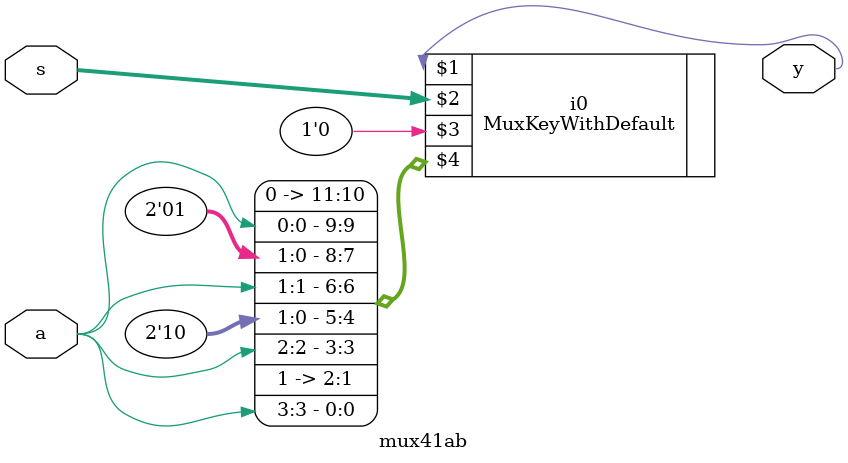
<source format=v>
module mux41ab(
        input [3:0] a,
        input [1:0] s,
        output y
    );
    MuxKeyWithDefault #(4, 2, 1) i0 (y, s, 1'b0, {
                                         2'b00, a[0],
                                         2'b01, a[1],
                                         2'b10, a[2],
                                         2'b11, a[3]
                                     });
endmodule

</source>
